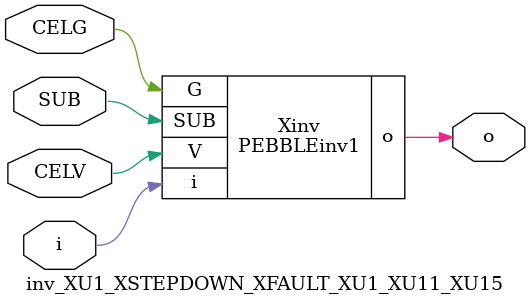
<source format=v>



module PEBBLEinv1 ( o, G, SUB, V, i );

  input V;
  input i;
  input G;
  output o;
  input SUB;
endmodule

//Celera Confidential Do Not Copy inv_XU1_XSTEPDOWN_XFAULT_XU1_XU11_XU15
//Celera Confidential Symbol Generator
//5V Inverter
module inv_XU1_XSTEPDOWN_XFAULT_XU1_XU11_XU15 (CELV,CELG,i,o,SUB);
input CELV;
input CELG;
input i;
input SUB;
output o;

//Celera Confidential Do Not Copy inv
PEBBLEinv1 Xinv(
.V (CELV),
.i (i),
.o (o),
.SUB (SUB),
.G (CELG)
);
//,diesize,PEBBLEinv1

//Celera Confidential Do Not Copy Module End
//Celera Schematic Generator
endmodule

</source>
